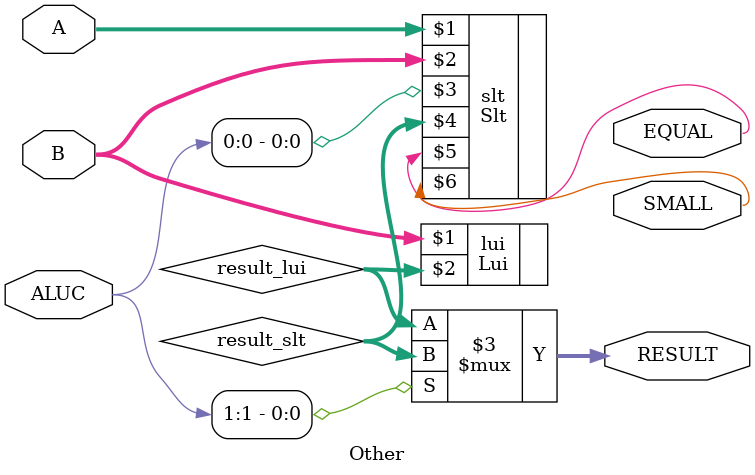
<source format=v>
module Other
(
    A,
    B,
    ALUC,
    RESULT,
    EQUAL,
    SMALL
);

    input [31:0]A;
    input [31:0]B;
    input [1:0]ALUC;

    output [31:0]RESULT;
    output EQUAL;
    output SMALL;

    reg [31:0]RESULT;

    wire [31:0]result_lui;
    wire [31:0]result_slt;

    Lui lui(B,result_lui);
    Slt slt(A,B,ALUC[0],result_slt,EQUAL,SMALL);

    always @(ALUC or result_lui or result_slt) begin
        if(ALUC[1]) RESULT=result_slt;
        else        RESULT=result_lui; 
    end

endmodule


                

</source>
